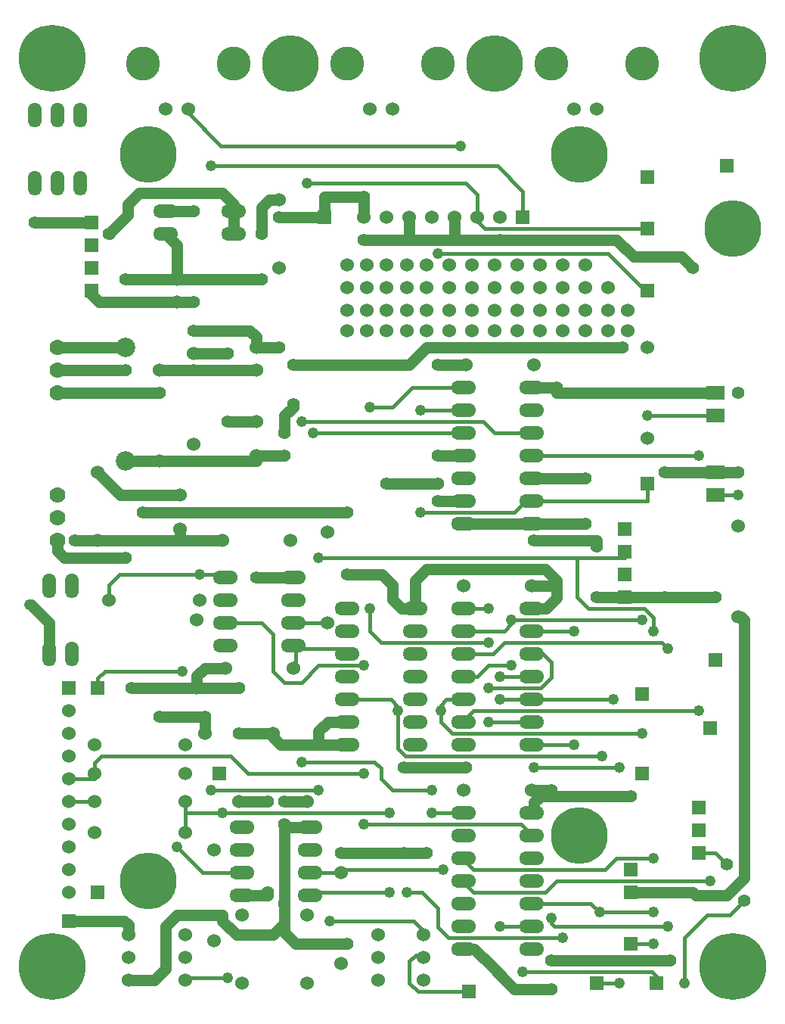
<source format=gbr>
G04 EasyPC Gerber Version 20.0.2 Build 4112 *
%FSLAX35Y35*%
%MOIN*%
%ADD113O,0.06000X0.11000*%
%ADD86R,0.06000X0.06000*%
%ADD13C,0.01500*%
%ADD20C,0.04800*%
%ADD71C,0.05000*%
%ADD70C,0.05600*%
%ADD16C,0.06000*%
%ADD84C,0.07000*%
%ADD131C,0.08600*%
%ADD78C,0.15000*%
%ADD117O,0.11000X0.06000*%
%ADD29R,0.08000X0.06000*%
%ADD130C,0.25000*%
%ADD129C,0.29500*%
X0Y0D02*
D02*
D13*
X80335Y230677D02*
X81000D01*
X97750Y144000D02*
X109000D01*
Y156500D02*
Y161134D01*
X111866Y164000*
X169000*
X176500Y156500*
X227750*
X109000D02*
Y154000D01*
X97750*
X147750Y201500D02*
X113482D01*
X110250Y198268*
Y194000*
X149000Y139000D02*
Y144000D01*
Y139000D02*
Y130250D01*
X155250Y244000D02*
X165250D01*
X166500Y242750*
X155250Y244000D02*
X119991D01*
X115250Y239259*
Y232750*
X160250Y424000D02*
X286500D01*
X297750Y412750*
Y401500*
X165250Y139000D02*
X149000D01*
X166500Y222750D02*
X182750D01*
X187750Y217750*
Y201500*
X192750Y196500*
X200250*
X207750Y204000*
X227750*
X167750Y66500D02*
X149000D01*
Y65250*
X174000Y112750D02*
X156500D01*
X145250Y124000*
X197750Y211500D02*
Y212750D01*
X196500*
X197750Y211500D02*
X220250D01*
Y209000*
X197750Y211500D02*
Y202750D01*
X196500*
X200250Y161500D02*
X232384D01*
X235250Y158634*
Y154000*
X240250Y149000*
X257750*
X200250Y311500D02*
X280250D01*
X202750Y416500D02*
X272750D01*
X277750Y411500*
Y401500*
X205250Y306500D02*
X271500D01*
X207750Y149000D02*
X160250D01*
X211500Y222750D02*
X196500D01*
X212750Y91500D02*
X249518D01*
X254000Y87018*
Y85250*
X217750Y112750D02*
X204000D01*
X227750Y134000D02*
X297018D01*
X300250Y130768*
Y129000*
X301500*
X230250Y229000D02*
Y219000D01*
X235250Y214000*
X282750*
X230250Y317750D02*
X240250D01*
X249000Y326500*
X239000Y104000D02*
X205250D01*
X204000Y102750*
X239000Y139000D02*
X165250D01*
X242750Y184000D02*
Y185768D01*
X239518Y189000*
X220250*
X246500Y104000D02*
X253400D01*
X260250Y97150*
Y88532*
X264782Y84000*
X315250*
X249000Y326500D02*
X271500D01*
X252750Y316500D02*
X271500D01*
X254000Y75250D02*
X255250Y76500D01*
X250616*
X247750Y73634*
Y64000*
X251500Y60250*
X274000*
X257750Y139000D02*
X271500D01*
X261500Y184000D02*
Y186500D01*
X264000Y189000*
X271500*
X262750Y114000D02*
X217750D01*
Y112750*
X270250Y432750D02*
X164732D01*
X150250Y447232*
Y449000*
X271500Y199000D02*
X277750D01*
X282750Y204000*
X271500Y209000D02*
X284518D01*
X289518Y214000*
X359000*
X361500Y211500*
X282750Y179000D02*
X301500D01*
X282750Y194000D02*
X305718D01*
X310250Y198532*
Y205509*
X306759Y209000*
X301500*
X282750Y229000D02*
X271500D01*
X287750Y89000D02*
X301500D01*
X287750Y189000D02*
X301500D01*
X287750Y199000D02*
X301500D01*
X292750Y204000D02*
X282750D01*
X292750Y224000D02*
Y222232D01*
X289518Y219000*
X271500*
X292750Y224000D02*
X350250D01*
X297750Y69000D02*
X354518D01*
X356500Y67018*
Y64000*
X301500Y99000D02*
X327750D01*
X331500Y95250*
X301500Y276500D02*
X299000D01*
X294000Y271500*
X252750*
X301500Y306500D02*
X285250D01*
X280250Y311500*
X320250Y169000D02*
X301500D01*
X320250Y219000D02*
X301500D01*
X321500Y251500D02*
X207750D01*
X321500D02*
Y234000D01*
X326500Y229000*
X351120*
X355250Y224870*
Y219000*
X321500Y251500D02*
X342750D01*
Y254000*
X331500Y95250D02*
X355250D01*
X332750Y164000D02*
X246032D01*
X242750Y167282*
Y184000*
X337750Y189000D02*
X301500D01*
X340250Y64000D02*
X330250D01*
X340250Y159000D02*
X302750D01*
X350250Y174000D02*
X266500D01*
X261500Y179000*
Y184000*
X352750Y284000D02*
Y276500D01*
X301500*
X352750Y314000D02*
X382750D01*
X352750Y369000D02*
X351500D01*
X335250Y385250*
X260250*
X352750Y396500D02*
X280982D01*
X277750Y399732*
Y401500*
X355250Y81500D02*
X345250D01*
X355250Y119000D02*
X339000D01*
X334000Y114000*
X275982*
X272750Y117232*
Y119000*
X271500*
X361500Y89000D02*
X311500D01*
X310250Y90250*
Y92750*
X375250Y184000D02*
X275982D01*
X272750Y180768*
Y179000*
X271500*
X375250Y296500D02*
X301500D01*
X380250Y109000D02*
X312750D01*
X307750Y104000*
X275982*
X272750Y107232*
Y109000*
X271500*
X387750Y116500D02*
X382750Y121500D01*
X375250*
X392750Y279000D02*
X382750D01*
X395250Y100250D02*
X389000Y94000D01*
X379000*
X369000Y84000*
Y64000*
D02*
D16*
X97750Y104000D03*
Y114000D03*
Y124000D03*
Y134000D03*
Y144000D03*
Y154000D03*
Y164000D03*
Y174000D03*
Y184000D03*
X109000Y130250D03*
Y144000D03*
Y156500D03*
Y169000D03*
X110250Y259000D03*
Y289000D03*
X115250Y232750D03*
X124000Y65250D03*
Y75250D03*
Y85250D03*
X137750Y294000D03*
Y334000D03*
X140250Y449000D03*
X145250Y364000D03*
Y374000D03*
X146500Y264000D03*
Y279000D03*
X149000Y65250D03*
Y75250D03*
Y85250D03*
Y130250D03*
Y144000D03*
Y156500D03*
Y169000D03*
X150250Y449000D03*
X152750Y301500D03*
Y341500D03*
X154000Y194000D03*
Y224000D03*
X155250Y232750D03*
X157750Y174000D03*
X161500Y82750D03*
Y122750D03*
X165250Y259000D03*
X166500Y202750D03*
X172750Y144000D03*
X174000Y64000D03*
Y94000D03*
X180250Y296500D03*
Y311500D03*
Y334000D03*
Y344000D03*
X187750Y174000D03*
X190250Y379000D03*
Y409000D03*
X195250Y259000D03*
X196500Y202750D03*
X202750Y64000D03*
Y94000D03*
Y144000D03*
X211500Y222750D03*
Y262750D03*
X217750Y72750D03*
Y112750D03*
X220250Y351500D03*
Y360250D03*
Y370250D03*
Y380250D03*
X227750Y401500D03*
X229000Y351500D03*
Y360250D03*
Y370250D03*
Y380250D03*
X230250Y449000D03*
X234000Y65250D03*
Y75250D03*
Y85250D03*
X237750Y351500D03*
Y360250D03*
Y370250D03*
Y380250D03*
Y401500D03*
X240250Y449000D03*
X246500Y351500D03*
Y360250D03*
Y370250D03*
Y380250D03*
X247750Y401500D03*
X254000Y65250D03*
Y75250D03*
Y85250D03*
X255250Y351500D03*
Y360250D03*
Y370250D03*
Y380250D03*
X257750Y401500D03*
X265250Y351500D03*
Y360250D03*
Y370250D03*
Y380250D03*
X267750Y401500D03*
X271500Y149000D03*
Y239000D03*
X272750Y336500D03*
X275250Y351500D03*
Y360250D03*
Y370250D03*
Y380250D03*
X277750Y401500D03*
X285250Y351500D03*
Y360250D03*
Y370250D03*
Y380250D03*
X287750Y401500D03*
X295250Y351500D03*
Y360250D03*
Y370250D03*
Y380250D03*
X301500Y149000D03*
Y239000D03*
X302750Y336500D03*
X305250Y351500D03*
Y360250D03*
Y370250D03*
Y380250D03*
X315250Y351500D03*
Y360250D03*
Y370250D03*
Y380250D03*
X320250Y449000D03*
X325250Y351500D03*
Y360250D03*
Y370250D03*
Y380250D03*
X330250Y449000D03*
X335250Y351500D03*
Y360250D03*
Y370250D03*
X344000Y351500D03*
Y360250D03*
X352750Y304000D03*
Y344000D03*
X392750Y225250D03*
Y265250D03*
D02*
D70*
X82750Y399000D03*
X100250Y259000D03*
X115250Y394000D03*
X122750Y251500D03*
Y334000D03*
Y374000D03*
X125250Y194000D03*
X130250Y271500D03*
X137750Y181500D03*
Y324000D03*
X152750Y334000D03*
Y351500D03*
Y364000D03*
Y404000D03*
X157750Y181500D03*
X167750Y311500D03*
Y341500D03*
X172750Y174000D03*
Y194000D03*
X180250Y242750D03*
X182750Y374000D03*
Y394000D03*
X185250Y104000D03*
Y144000D03*
X190250Y344000D03*
Y401500D03*
X192750Y99000D03*
Y134000D03*
Y144000D03*
Y296500D03*
Y306500D03*
X196500Y319000D03*
Y336500D03*
X217750Y121500D03*
X220250Y81500D03*
Y244000D03*
Y271500D03*
X227750Y391500D03*
Y410250D03*
X237750Y284000D03*
X245250Y121500D03*
Y159000D03*
X247750Y391500D03*
X255250Y121500D03*
X260250Y276500D03*
Y284000D03*
Y296500D03*
Y336500D03*
X267750Y391500D03*
X272750Y159000D03*
X287750Y391500D03*
X302750Y259000D03*
X310250Y61500D03*
Y74000D03*
Y149000D03*
X312750Y239000D03*
Y326500D03*
X325250Y266500D03*
Y286500D03*
X330250Y234000D03*
Y256500D03*
X341500Y344000D03*
X345250Y146500D03*
X360250Y234000D03*
Y289000D03*
X362750Y74000D03*
X372750Y379000D03*
X382750Y234000D03*
X387750Y116500D03*
X392750Y289000D03*
Y324000D03*
X395250Y100250D03*
D02*
D71*
X81000Y230677D02*
X89000Y222676D01*
Y209000*
X82750Y399000D02*
X107750D01*
X92750Y344000D02*
X122750D01*
X97750Y91500D02*
X122018D01*
X124000Y89518*
Y85250*
X100250Y259000D02*
X110250D01*
Y289000D02*
X120250Y279000D01*
X146500*
X115250Y394000D02*
X115573D01*
X115250Y394302D02*
Y394000D01*
X122750Y251500D02*
X95616D01*
X92750Y254366*
Y259000*
X122750Y334000D02*
X92750D01*
X122750Y374000D02*
X145250D01*
X125250Y194000D02*
X154000D01*
X137750Y181500D02*
X157750D01*
X137750Y294000D02*
X180250D01*
Y296500*
X137750Y294000D02*
X122750D01*
X137750Y324000D02*
X92750D01*
X145250Y364000D02*
X110982D01*
X107750Y367232*
Y369000*
X145250Y374000D02*
Y389000D01*
X140250Y394000*
X146500Y259000D02*
X110250D01*
X146500Y264000D02*
Y259000D01*
X152750Y334000D02*
X137750D01*
X152750D02*
X180250D01*
X152750Y351500D02*
X177384D01*
X180250Y348634*
Y344000*
X152750Y364000D02*
X145250D01*
X152750Y404000D02*
X140250D01*
X154000Y194000D02*
Y199259D01*
X157491Y202750*
X166500*
X157750Y181500D02*
Y174000D01*
X165250Y259000D02*
X146500D01*
X167750Y311500D02*
X180250D01*
X167750Y341500D02*
X152750D01*
X169681Y394569D02*
X170250Y394000D01*
Y404000*
Y406928*
X165308Y411870*
X128444*
X123446Y406871*
Y402196*
X115250Y394000*
X170250Y404000D02*
X170306Y403747D01*
X170250Y404000D02*
X171589D01*
X170306Y393750D02*
X170250Y394000D01*
X170306Y404056D02*
X170250Y404000D01*
X170306Y404056D02*
X170250Y404000D01*
X171500D02*
X170250D01*
X172750Y174000D02*
X187750D01*
X172750Y194000D02*
X154000D01*
X180250Y242750D02*
X196500D01*
X182750Y374000D02*
X145250D01*
X185250Y104000D02*
Y102750D01*
X174000*
X185250Y144000D02*
X172750D01*
X190250Y344000D02*
X180250D01*
X190250Y401500D02*
X210250D01*
X190250Y409000D02*
X185982D01*
X182750Y405768*
Y404000*
Y394000*
X192750Y99000D02*
Y86500D01*
X197750Y81500*
X220250*
X192750Y132750D02*
X204000D01*
X192750D02*
Y134000D01*
Y132750D02*
Y90250D01*
X187750Y85250*
X171500*
X165250Y91500*
Y94000*
X145250*
X140250Y89000*
Y70250*
X135250Y65250*
X124000*
X192750Y144000D02*
X202750D01*
X192750Y296500D02*
X180250D01*
X192750Y306500D02*
Y314000D01*
X196500Y317750*
Y319000*
X207750Y169000D02*
X220250D01*
X207750D02*
X190982D01*
X187750Y172232*
Y174000*
X207750Y169000D02*
Y174884D01*
X211866Y179000*
X220250*
Y244000D02*
X235692D01*
X240250Y239442*
Y233116*
X244366Y229000*
X250250*
X220250Y271500D02*
X130250D01*
X227750Y391500D02*
X247750D01*
Y401500*
X227750Y410250D02*
Y401500D01*
Y410250D02*
X210250D01*
Y401500*
X237750Y284000D02*
X260250D01*
X245250Y121500D02*
X255250D01*
X245250D02*
X217750D01*
X245250Y159000D02*
X272750D01*
X247750Y336500D02*
X196500D01*
X247750Y391500D02*
X267750D01*
Y401500*
X250250Y229000D02*
Y241500D01*
X255250Y246500*
X307750*
X312750Y241500*
Y233741*
X308009Y229000*
X301500*
X260250Y276500D02*
X271500D01*
X260250Y296500D02*
X271500D01*
X260250Y336500D02*
X272750D01*
X267750Y391500D02*
X287750D01*
X301500Y266500D02*
X271500D01*
X310250Y61500D02*
X294000D01*
X280616Y74884*
X280250*
X276134Y79000*
X271500*
X310250Y74000D02*
X362750D01*
X310250Y149000D02*
X301500D01*
X312750Y239000D02*
X301500D01*
X312750Y326500D02*
Y324000D01*
X382750*
X312750Y326500D02*
X301500D01*
X325250Y266500D02*
X301500D01*
X325250Y286500D02*
X301500D01*
X330250Y256500D02*
Y259000D01*
X302750*
X341500Y344000D02*
X255250D01*
X247750Y336500*
X345250Y146500D02*
X305616D01*
X302750Y143634*
Y139000*
X301500*
X360250Y234000D02*
X330250D01*
X360250D02*
X382750D01*
X360250Y289000D02*
X382750D01*
X372750Y379000D02*
X367750Y384000D01*
X346500*
X339000Y391500*
X287750*
X392750Y225250D02*
X394000D01*
X395250Y224000*
Y110250*
X387750Y102750*
X374000*
X372750Y104000*
X345250*
X392750Y289000D02*
X382750D01*
D02*
D20*
X80335Y230677D03*
X145250Y124000D03*
X147750Y201500D03*
X155250Y244000D03*
X160250Y149000D03*
Y424000D03*
X165250Y139000D03*
X167750Y66500D03*
X200250Y161500D03*
Y311500D03*
X202750Y416500D03*
X205250Y306500D03*
X207750Y149000D03*
Y251500D03*
X212750Y91500D03*
X227750Y134000D03*
Y156500D03*
Y204000D03*
X230250Y229000D03*
Y317750D03*
X239000Y104000D03*
Y139000D03*
X242750Y184000D03*
X246500Y104000D03*
X252750Y271500D03*
Y316500D03*
X257750Y139000D03*
Y149000D03*
X260250Y385250D03*
X261500Y184000D03*
X262750Y114000D03*
X270250Y432750D03*
X282750Y179000D03*
Y194000D03*
Y214000D03*
Y229000D03*
X287750Y89000D03*
Y189000D03*
Y199000D03*
X292750Y204000D03*
Y224000D03*
X297750Y69000D03*
X302750Y159000D03*
X310250Y92750D03*
X315250Y84000D03*
X320250Y169000D03*
Y219000D03*
X331500Y95250D03*
X332750Y164000D03*
X337750Y189000D03*
X340250Y64000D03*
Y159000D03*
X350250Y174000D03*
Y224000D03*
X352750Y314000D03*
X355250Y81500D03*
Y95250D03*
Y119000D03*
Y219000D03*
X361500Y89000D03*
Y211500D03*
X369000Y64000D03*
X375250Y184000D03*
Y296500D03*
X380250Y109000D03*
X392750Y279000D03*
D02*
D29*
X382750D03*
Y289000D03*
Y314000D03*
Y324000D03*
D02*
D78*
X130250Y469000D03*
X170250D03*
X220250D03*
X260250D03*
X310250D03*
X350250D03*
D02*
D84*
X92750Y259000D03*
Y269000D03*
Y279000D03*
Y324000D03*
Y334000D03*
Y344000D03*
D02*
D86*
X97750Y91500D03*
Y194000D03*
X107750Y369000D03*
Y379000D03*
Y389000D03*
Y399000D03*
X110250Y104000D03*
Y194000D03*
X164000Y156500D03*
X210250Y401500D03*
X274000Y60250D03*
X297750Y401500D03*
X330250Y64000D03*
X342750Y234000D03*
Y244000D03*
Y254000D03*
Y264000D03*
X345250Y81500D03*
Y104000D03*
Y114000D03*
X350250Y156500D03*
Y191500D03*
X352750Y284000D03*
Y369000D03*
Y396500D03*
Y419000D03*
X356500Y64000D03*
X375250Y121500D03*
Y131500D03*
Y141500D03*
X380250Y176500D03*
X382750Y206500D03*
X387750Y424000D03*
D02*
D113*
X82750Y416500D03*
Y446500D03*
X89000Y209000D03*
Y239000D03*
X92750Y416500D03*
Y446500D03*
X99000Y209000D03*
Y239000D03*
X102750Y416500D03*
Y446500D03*
D02*
D117*
X140250Y394000D03*
Y404000D03*
X166500Y212750D03*
Y222750D03*
Y232750D03*
Y242750D03*
X170250Y394000D03*
Y404000D03*
X174000Y102750D03*
Y112750D03*
Y122750D03*
Y132750D03*
X196500Y212750D03*
Y222750D03*
Y232750D03*
Y242750D03*
X204000Y102750D03*
Y112750D03*
Y122750D03*
Y132750D03*
X220250Y169000D03*
Y179000D03*
Y189000D03*
Y199000D03*
Y209000D03*
Y219000D03*
Y229000D03*
X250250Y169000D03*
Y179000D03*
Y189000D03*
Y199000D03*
Y209000D03*
Y219000D03*
Y229000D03*
X271500Y79000D03*
Y89000D03*
Y99000D03*
Y109000D03*
Y119000D03*
Y129000D03*
Y139000D03*
Y169000D03*
Y179000D03*
Y189000D03*
Y199000D03*
Y209000D03*
Y219000D03*
Y229000D03*
Y266500D03*
Y276500D03*
Y286500D03*
Y296500D03*
Y306500D03*
Y316500D03*
Y326500D03*
X301500Y79000D03*
Y89000D03*
Y99000D03*
Y109000D03*
Y119000D03*
Y129000D03*
Y139000D03*
Y169000D03*
Y179000D03*
Y189000D03*
Y199000D03*
Y209000D03*
Y219000D03*
Y229000D03*
Y266500D03*
Y276500D03*
Y286500D03*
Y296500D03*
Y306500D03*
Y316500D03*
Y326500D03*
D02*
D129*
X90250Y71500D03*
Y471500D03*
X390250Y71500D03*
Y471500D03*
D02*
D130*
X132750Y109000D03*
Y429000D03*
X195250Y469000D03*
X285250D03*
X322750Y129000D03*
Y429000D03*
X390250Y396500D03*
D02*
D131*
X122750Y294000D03*
Y344000D03*
X0Y0D02*
M02*

</source>
